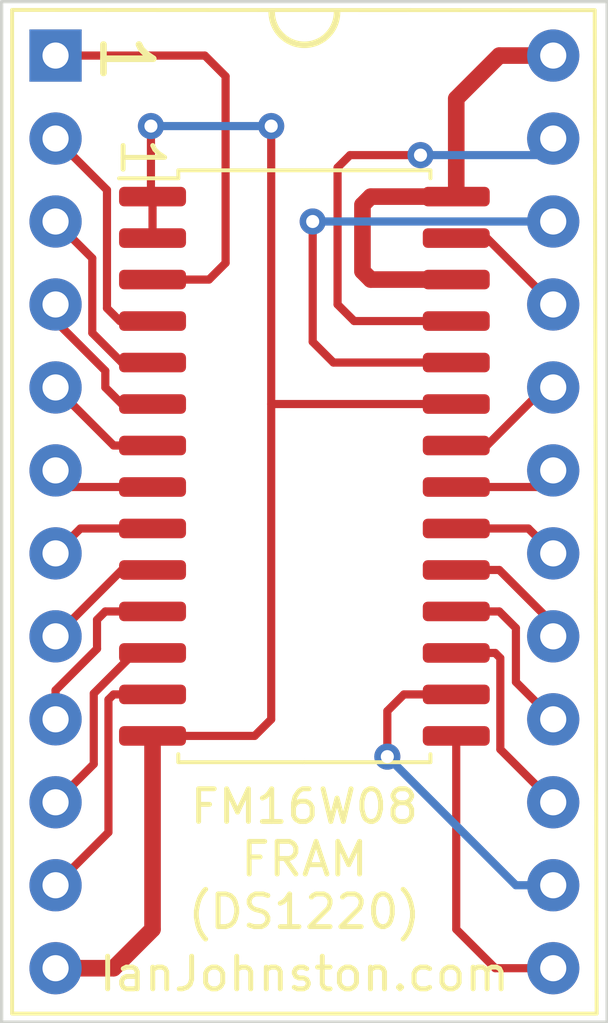
<source format=kicad_pcb>
(kicad_pcb (version 20240108) (generator "pcbnew") (generator_version "8.0")
  (layers (0 "F.Cu" signal) (31 "B.Cu" signal) (34 "B.Paste" user) (35 "F.Paste" user) (36 "B.SilkS" user "B.Silkscreen") (37 "F.SilkS" user "F.Silkscreen") (38 "B.Mask" user) (39 "F.Mask" user) (44 "Edge.Cuts" user))
  (net 0 "")
  (net 1 "Net-(U1-A11)")
  (net 2 "Net-(U1-A7)")
  (net 3 "Net-(U1-A6)")
  (net 4 "Net-(U1-A5)")
  (net 5 "Net-(U1-A4)")
  (net 6 "Net-(U1-A3)")
  (net 7 "Net-(U1-A2)")
  (net 8 "Net-(U1-A1)")
  (net 9 "Net-(U1-A0)")
  (net 10 "Net-(U1-DQ0)")
  (net 11 "Net-(U1-DQ1)")
  (net 12 "Net-(U1-DQ2)")
  (net 13 "Net-(U1-DQ3)")
  (net 14 "Net-(U1-DQ4)")
  (net 15 "Net-(U1-DQ5)")
  (net 16 "Net-(U1-DQ6)")
  (net 17 "Net-(U1-DQ7)")
  (net 18 "Net-(U1-~{CE})")
  (net 19 "Net-(U1-A10)")
  (net 20 "Net-(U1-~{OE})")
  (net 21 "Net-(U1-A9)")
  (net 22 "Net-(U1-A8)")
  (net 23 "Net-(U1-VDD)")
  (net 24 "Net-(U1-~{WE})")
  (footprint "Package_DIP:DIP-24_W15.24mm_Socket" (layer "F.Cu") (at 140.716 82.296)
    (property "Reference" "SOCKET1" (hide yes))
    (property "Value" "~" (hide yes))
    (fp_line (start -1.33 -1.397) (end -1.33 29.33) (stroke (width 0.12)) (layer "F.SilkS"))
    (fp_line (start -1.33 29.33) (end 16.57 29.33) (stroke (width 0.12)) (layer "F.SilkS"))
    (fp_line (start 16.51 -1.39) (end -1.33 -1.397) (stroke (width 0.12)) (layer "F.SilkS"))
    (fp_line (start 16.57 29.33) (end 16.51 -1.39) (stroke (width 0.12)) (layer "F.SilkS"))
    (fp_arc (start 8.62 -1.33) (mid 7.62 -0.33) (end 6.62 -1.33) (stroke (width 0.2)) (layer "F.SilkS"))
    (pad "1" thru_hole rect (at 0 0) (size 1.6 1.6) (drill 0.8) (layers "*.Cu" "*.Mask") (net 2 "Net-(U1-A7)"))
    (pad "2" thru_hole oval (at 0 2.54) (size 1.6 1.6) (drill 0.8) (layers "*.Cu" "*.Mask") (net 3 "Net-(U1-A6)"))
    (pad "3" thru_hole oval (at 0 5.08) (size 1.6 1.6) (drill 0.8) (layers "*.Cu" "*.Mask") (net 4 "Net-(U1-A5)"))
    (pad "4" thru_hole oval (at 0 7.62) (size 1.6 1.6) (drill 0.8) (layers "*.Cu" "*.Mask") (net 5 "Net-(U1-A4)"))
    (pad "5" thru_hole oval (at 0 10.16) (size 1.6 1.6) (drill 0.8) (layers "*.Cu" "*.Mask") (net 6 "Net-(U1-A3)"))
    (pad "6" thru_hole oval (at 0 12.7) (size 1.6 1.6) (drill 0.8) (layers "*.Cu" "*.Mask") (net 7 "Net-(U1-A2)"))
    (pad "7" thru_hole oval (at 0 15.24) (size 1.6 1.6) (drill 0.8) (layers "*.Cu" "*.Mask") (net 8 "Net-(U1-A1)"))
    (pad "8" thru_hole oval (at 0 17.78) (size 1.6 1.6) (drill 0.8) (layers "*.Cu" "*.Mask") (net 9 "Net-(U1-A0)"))
    (pad "9" thru_hole oval (at 0 20.32) (size 1.6 1.6) (drill 0.8) (layers "*.Cu" "*.Mask") (net 10 "Net-(U1-DQ0)"))
    (pad "10" thru_hole oval (at 0 22.86) (size 1.6 1.6) (drill 0.8) (layers "*.Cu" "*.Mask") (net 11 "Net-(U1-DQ1)"))
    (pad "11" thru_hole oval (at 0 25.4) (size 1.6 1.6) (drill 0.8) (layers "*.Cu" "*.Mask") (net 12 "Net-(U1-DQ2)"))
    (pad "12" thru_hole oval (at 0 27.94) (size 1.6 1.6) (drill 0.8) (layers "*.Cu" "*.Mask") (net 1 "Net-(U1-A11)"))
    (pad "13" thru_hole oval (at 15.24 27.94) (size 1.6 1.6) (drill 0.8) (layers "*.Cu" "*.Mask") (net 13 "Net-(U1-DQ3)"))
    (pad "14" thru_hole oval (at 15.24 25.4) (size 1.6 1.6) (drill 0.8) (layers "*.Cu" "*.Mask") (net 14 "Net-(U1-DQ4)"))
    (pad "15" thru_hole oval (at 15.24 22.86) (size 1.6 1.6) (drill 0.8) (layers "*.Cu" "*.Mask") (net 15 "Net-(U1-DQ5)"))
    (pad "16" thru_hole oval (at 15.24 20.32) (size 1.6 1.6) (drill 0.8) (layers "*.Cu" "*.Mask") (net 16 "Net-(U1-DQ6)"))
    (pad "17" thru_hole oval (at 15.24 17.78) (size 1.6 1.6) (drill 0.8) (layers "*.Cu" "*.Mask") (net 17 "Net-(U1-DQ7)"))
    (pad "18" thru_hole oval (at 15.24 15.24) (size 1.6 1.6) (drill 0.8) (layers "*.Cu" "*.Mask") (net 18 "Net-(U1-~{CE})"))
    (pad "19" thru_hole oval (at 15.24 12.7) (size 1.6 1.6) (drill 0.8) (layers "*.Cu" "*.Mask") (net 19 "Net-(U1-A10)"))
    (pad "20" thru_hole oval (at 15.24 10.16) (size 1.6 1.6) (drill 0.8) (layers "*.Cu" "*.Mask") (net 20 "Net-(U1-~{OE})"))
    (pad "21" thru_hole oval (at 15.24 7.62) (size 1.6 1.6) (drill 0.8) (layers "*.Cu" "*.Mask") (net 24 "Net-(U1-~{WE})"))
    (pad "22" thru_hole oval (at 15.24 5.08) (size 1.6 1.6) (drill 0.8) (layers "*.Cu" "*.Mask") (net 21 "Net-(U1-A9)"))
    (pad "23" thru_hole oval (at 15.24 2.54) (size 1.6 1.6) (drill 0.8) (layers "*.Cu" "*.Mask") (net 22 "Net-(U1-A8)"))
    (pad "24" thru_hole oval (at 15.24 0) (size 1.6 1.6) (drill 0.8) (layers "*.Cu" "*.Mask") (net 23 "Net-(U1-VDD)"))
  )
  (footprint "Package_SO:SOIC-28W_7.5x17.9mm_P1.27mm" (layer "F.Cu") (at 148.336 94.869)
    (property "Reference" "U1" (hide yes))
    (property "Value" "FM16W08-SG" (hide yes))
    (fp_line (start -3.86 -9.06) (end -3.86 -8.815) (stroke (width 0.12)) (layer "F.SilkS"))
    (fp_line (start -3.86 -8.815) (end -5.675 -8.815) (stroke (width 0.12)) (layer "F.SilkS"))
    (fp_line (start -3.86 9.06) (end -3.86 8.815) (stroke (width 0.12)) (layer "F.SilkS"))
    (fp_line (start 0 -9.06) (end -3.86 -9.06) (stroke (width 0.12)) (layer "F.SilkS"))
    (fp_line (start 0 -9.06) (end 3.86 -9.06) (stroke (width 0.12)) (layer "F.SilkS"))
    (fp_line (start 0 9.06) (end -3.86 9.06) (stroke (width 0.12)) (layer "F.SilkS"))
    (fp_line (start 0 9.06) (end 3.86 9.06) (stroke (width 0.12)) (layer "F.SilkS"))
    (fp_line (start 3.86 -9.06) (end 3.86 -8.815) (stroke (width 0.12)) (layer "F.SilkS"))
    (fp_line (start 3.86 9.06) (end 3.86 8.815) (stroke (width 0.12)) (layer "F.SilkS"))
    (pad "1" smd roundrect (at -4.65 -8.255) (size 2.05 0.6) (layers "F.Cu" "F.Paste" "F.Mask") (net 1 "Net-(U1-A11)"))
    (pad "2" smd roundrect (at -4.65 -6.985) (size 2.05 0.6) (layers "F.Cu" "F.Paste" "F.Mask") (net 1 "Net-(U1-A11)"))
    (pad "3" smd roundrect (at -4.65 -5.715) (size 2.05 0.6) (layers "F.Cu" "F.Paste" "F.Mask") (net 2 "Net-(U1-A7)"))
    (pad "4" smd roundrect (at -4.65 -4.445) (size 2.05 0.6) (layers "F.Cu" "F.Paste" "F.Mask") (net 3 "Net-(U1-A6)"))
    (pad "5" smd roundrect (at -4.65 -3.175) (size 2.05 0.6) (layers "F.Cu" "F.Paste" "F.Mask") (net 4 "Net-(U1-A5)"))
    (pad "6" smd roundrect (at -4.65 -1.905) (size 2.05 0.6) (layers "F.Cu" "F.Paste" "F.Mask") (net 5 "Net-(U1-A4)"))
    (pad "7" smd roundrect (at -4.65 -0.635) (size 2.05 0.6) (layers "F.Cu" "F.Paste" "F.Mask") (net 6 "Net-(U1-A3)"))
    (pad "8" smd roundrect (at -4.65 0.635) (size 2.05 0.6) (layers "F.Cu" "F.Paste" "F.Mask") (net 7 "Net-(U1-A2)"))
    (pad "9" smd roundrect (at -4.65 1.905) (size 2.05 0.6) (layers "F.Cu" "F.Paste" "F.Mask") (net 8 "Net-(U1-A1)"))
    (pad "10" smd roundrect (at -4.65 3.175) (size 2.05 0.6) (layers "F.Cu" "F.Paste" "F.Mask") (net 9 "Net-(U1-A0)"))
    (pad "11" smd roundrect (at -4.65 4.445) (size 2.05 0.6) (layers "F.Cu" "F.Paste" "F.Mask") (net 10 "Net-(U1-DQ0)"))
    (pad "12" smd roundrect (at -4.65 5.715) (size 2.05 0.6) (layers "F.Cu" "F.Paste" "F.Mask") (net 11 "Net-(U1-DQ1)"))
    (pad "13" smd roundrect (at -4.65 6.985) (size 2.05 0.6) (layers "F.Cu" "F.Paste" "F.Mask") (net 12 "Net-(U1-DQ2)"))
    (pad "14" smd roundrect (at -4.65 8.255) (size 2.05 0.6) (layers "F.Cu" "F.Paste" "F.Mask") (net 1 "Net-(U1-A11)"))
    (pad "15" smd roundrect (at 4.65 8.255) (size 2.05 0.6) (layers "F.Cu" "F.Paste" "F.Mask") (net 13 "Net-(U1-DQ3)"))
    (pad "16" smd roundrect (at 4.65 6.985) (size 2.05 0.6) (layers "F.Cu" "F.Paste" "F.Mask") (net 14 "Net-(U1-DQ4)"))
    (pad "17" smd roundrect (at 4.65 5.715) (size 2.05 0.6) (layers "F.Cu" "F.Paste" "F.Mask") (net 15 "Net-(U1-DQ5)"))
    (pad "18" smd roundrect (at 4.65 4.445) (size 2.05 0.6) (layers "F.Cu" "F.Paste" "F.Mask") (net 16 "Net-(U1-DQ6)"))
    (pad "19" smd roundrect (at 4.65 3.175) (size 2.05 0.6) (layers "F.Cu" "F.Paste" "F.Mask") (net 17 "Net-(U1-DQ7)"))
    (pad "20" smd roundrect (at 4.65 1.905) (size 2.05 0.6) (layers "F.Cu" "F.Paste" "F.Mask") (net 18 "Net-(U1-~{CE})"))
    (pad "21" smd roundrect (at 4.65 0.635) (size 2.05 0.6) (layers "F.Cu" "F.Paste" "F.Mask") (net 19 "Net-(U1-A10)"))
    (pad "22" smd roundrect (at 4.65 -0.635) (size 2.05 0.6) (layers "F.Cu" "F.Paste" "F.Mask") (net 20 "Net-(U1-~{OE})"))
    (pad "23" smd roundrect (at 4.65 -1.905) (size 2.05 0.6) (layers "F.Cu" "F.Paste" "F.Mask") (net 1 "Net-(U1-A11)"))
    (pad "24" smd roundrect (at 4.65 -3.175) (size 2.05 0.6) (layers "F.Cu" "F.Paste" "F.Mask") (net 21 "Net-(U1-A9)"))
    (pad "25" smd roundrect (at 4.65 -4.445) (size 2.05 0.6) (layers "F.Cu" "F.Paste" "F.Mask") (net 22 "Net-(U1-A8)"))
    (pad "26" smd roundrect (at 4.65 -5.715) (size 2.05 0.6) (layers "F.Cu" "F.Paste" "F.Mask") (net 23 "Net-(U1-VDD)"))
    (pad "27" smd roundrect (at 4.65 -6.985) (size 2.05 0.6) (layers "F.Cu" "F.Paste" "F.Mask") (net 24 "Net-(U1-~{WE})"))
    (pad "28" smd roundrect (at 4.65 -8.255) (size 2.05 0.6) (layers "F.Cu" "F.Paste" "F.Mask") (net 23 "Net-(U1-VDD)"))
  )
  (gr_line (start 139.065 80.645) (end 157.607 80.645) (stroke (width 0.1)) (layer "Edge.Cuts"))
  (gr_line (start 157.607 111.887) (end 139.065 111.887) (stroke (width 0.1)) (layer "Edge.Cuts"))
  (gr_line (start 157.607 80.645) (end 157.607 111.887) (stroke (width 0.1)) (layer "Edge.Cuts"))
  (gr_line (start 139.065 111.887) (end 139.065 80.645) (stroke (width 0.1)) (layer "Edge.Cuts"))
  (gr_text "IanJohnston.com" (at 148.336 110.998 0) (layer "F.SilkS") (effects (font (size 1 1)) (justify bottom)))
  (gr_text "1" (at 142.621 84.709 270) (layer "F.SilkS") (effects (font (size 1.27 1.27)) (justify left bottom)))
  (gr_text "FM16W08\nFRAM\n(DS1220)" (at 148.336 109.093 0) (layer "F.SilkS") (effects (font (size 1 1)) (justify bottom)))
  (gr_text "1" (at 141.986 81.534 270) (layer "F.SilkS") (effects (font (size 1.524 1.524) (thickness 0.2032)) (justify left bottom)))
  (segment (start 147.32 102.616) (end 146.812 103.124) (width 0.25) (layer "F.Cu") (net 1))
  (segment (start 143.686 109.044) (end 142.494 110.236) (width 0.508) (layer "F.Cu") (net 1))
  (segment (start 147.32 92.964) (end 147.32 84.455) (width 0.25) (layer "F.Cu") (net 1))
  (segment (start 152.986 92.964) (end 147.32 92.964) (width 0.25) (layer "F.Cu") (net 1))
  (segment (start 147.32 92.964) (end 147.32 102.616) (width 0.25) (layer "F.Cu") (net 1))
  (segment (start 143.686 86.614) (end 143.637 86.565) (width 0.25) (layer "F.Cu") (net 1))
  (segment (start 142.494 110.236) (end 140.716 110.236) (width 0.508) (layer "F.Cu") (net 1))
  (segment (start 143.686 87.884) (end 143.686 86.614) (width 0.25) (layer "F.Cu") (net 1))
  (segment (start 143.637 86.565) (end 143.637 84.455) (width 0.25) (layer "F.Cu") (net 1))
  (segment (start 143.686 103.124) (end 143.686 109.044) (width 0.508) (layer "F.Cu") (net 1))
  (segment (start 146.812 103.124) (end 143.686 103.124) (width 0.25) (layer "F.Cu") (net 1))
  (via (at 143.637 84.455) (size 0.8) (drill 0.4) (layers "F.Cu" "B.Cu") (net 1))
  (via (at 147.32 84.455) (size 0.8) (drill 0.4) (layers "F.Cu" "B.Cu") (net 1))
  (segment (start 143.637 84.455) (end 147.32 84.455) (width 0.25) (layer "B.Cu") (net 1))
  (segment (start 145.288 82.296) (end 140.716 82.296) (width 0.25) (layer "F.Cu") (net 2))
  (segment (start 145.415 89.154) (end 145.923 88.646) (width 0.25) (layer "F.Cu") (net 2))
  (segment (start 145.923 82.931) (end 145.288 82.296) (width 0.25) (layer "F.Cu") (net 2))
  (segment (start 143.686 89.154) (end 145.415 89.154) (width 0.25) (layer "F.Cu") (net 2))
  (segment (start 145.923 88.646) (end 145.923 82.931) (width 0.25) (layer "F.Cu") (net 2))
  (segment (start 142.291 86.411) (end 140.716 84.836) (width 0.25) (layer "F.Cu") (net 3))
  (segment (start 142.685198 90.424) (end 142.291 90.029802) (width 0.25) (layer "F.Cu") (net 3))
  (segment (start 142.291 90.029802) (end 142.291 86.411) (width 0.25) (layer "F.Cu") (net 3))
  (segment (start 143.686 90.424) (end 142.685198 90.424) (width 0.25) (layer "F.Cu") (net 3))
  (segment (start 141.841 88.501) (end 140.716 87.376) (width 0.25) (layer "F.Cu") (net 4))
  (segment (start 142.748 91.694) (end 141.841 90.787) (width 0.25) (layer "F.Cu") (net 4))
  (segment (start 143.686 91.694) (end 142.748 91.694) (width 0.25) (layer "F.Cu") (net 4))
  (segment (start 141.841 90.787) (end 141.841 88.501) (width 0.25) (layer "F.Cu") (net 4))
  (segment (start 143.686 92.964) (end 142.748 92.964) (width 0.25) (layer "F.Cu") (net 5))
  (segment (start 142.24 91.948) (end 140.716 90.424) (width 0.25) (layer "F.Cu") (net 5))
  (segment (start 140.716 90.424) (end 140.716 89.916) (width 0.25) (layer "F.Cu") (net 5))
  (segment (start 142.748 92.964) (end 142.24 92.456) (width 0.25) (layer "F.Cu") (net 5))
  (segment (start 142.24 92.456) (end 142.24 91.948) (width 0.25) (layer "F.Cu") (net 5))
  (segment (start 143.686 94.234) (end 142.494 94.234) (width 0.25) (layer "F.Cu") (net 6))
  (segment (start 142.494 94.234) (end 140.716 92.456) (width 0.25) (layer "F.Cu") (net 6))
  (segment (start 143.686 95.504) (end 141.224 95.504) (width 0.25) (layer "F.Cu") (net 7))
  (segment (start 141.224 95.504) (end 140.716 94.996) (width 0.25) (layer "F.Cu") (net 7))
  (segment (start 141.478 96.774) (end 140.716 97.536) (width 0.25) (layer "F.Cu") (net 8))
  (segment (start 143.686 96.774) (end 141.478 96.774) (width 0.25) (layer "F.Cu") (net 8))
  (segment (start 140.716 100.076) (end 142.748 98.044) (width 0.25) (layer "F.Cu") (net 9))
  (segment (start 142.748 98.044) (end 143.686 98.044) (width 0.25) (layer "F.Cu") (net 9))
  (segment (start 140.716 101.727) (end 140.716 102.616) (width 0.25) (layer "F.Cu") (net 10))
  (segment (start 141.986 99.568) (end 141.986 100.457) (width 0.25) (layer "F.Cu") (net 10))
  (segment (start 142.24 99.314) (end 141.986 99.568) (width 0.25) (layer "F.Cu") (net 10))
  (segment (start 143.686 99.314) (end 142.24 99.314) (width 0.25) (layer "F.Cu") (net 10))
  (segment (start 141.986 100.457) (end 140.716 101.727) (width 0.25) (layer "F.Cu") (net 10))
  (segment (start 141.886 101.825604) (end 141.886 103.986) (width 0.25) (layer "F.Cu") (net 11))
  (segment (start 141.886 103.986) (end 140.716 105.156) (width 0.25) (layer "F.Cu") (net 11))
  (segment (start 143.127604 100.584) (end 141.886 101.825604) (width 0.25) (layer "F.Cu") (net 11))
  (segment (start 143.686 100.584) (end 143.127604 100.584) (width 0.25) (layer "F.Cu") (net 11))
  (segment (start 142.494 101.854) (end 142.336 102.012) (width 0.25) (layer "F.Cu") (net 12))
  (segment (start 143.686 101.854) (end 142.494 101.854) (width 0.25) (layer "F.Cu") (net 12))
  (segment (start 142.336 106.076) (end 140.716 107.696) (width 0.25) (layer "F.Cu") (net 12))
  (segment (start 142.336 102.012) (end 142.336 106.076) (width 0.25) (layer "F.Cu") (net 12))
  (segment (start 154.178 110.236) (end 155.956 110.236) (width 0.25) (layer "F.Cu") (net 13))
  (segment (start 152.986 109.044) (end 154.178 110.236) (width 0.25) (layer "F.Cu") (net 13))
  (segment (start 152.986 103.124) (end 152.986 109.044) (width 0.25) (layer "F.Cu") (net 13))
  (segment (start 150.876 102.362) (end 150.876 103.758994) (width 0.25) (layer "F.Cu") (net 14))
  (segment (start 151.384 101.854) (end 150.876 102.362) (width 0.25) (layer "F.Cu") (net 14))
  (segment (start 152.986 101.854) (end 151.384 101.854) (width 0.25) (layer "F.Cu") (net 14))
  (via (at 150.876 103.758994) (size 0.8) (drill 0.4) (layers "F.Cu" "B.Cu") (net 14))
  (segment (start 154.813006 107.696) (end 150.876 103.758994) (width 0.25) (layer "B.Cu") (net 14))
  (segment (start 155.956 107.696) (end 154.813006 107.696) (width 0.25) (layer "B.Cu") (net 14))
  (segment (start 154.336 103.536) (end 155.956 105.156) (width 0.25) (layer "F.Cu") (net 15))
  (segment (start 154.336 100.742) (end 154.336 103.536) (width 0.25) (layer "F.Cu") (net 15))
  (segment (start 154.178 100.584) (end 154.336 100.742) (width 0.25) (layer "F.Cu") (net 15))
  (segment (start 152.986 100.584) (end 154.178 100.584) (width 0.25) (layer "F.Cu") (net 15))
  (segment (start 152.986 99.314) (end 154.305 99.314) (width 0.25) (layer "F.Cu") (net 16))
  (segment (start 154.813 99.822) (end 154.813 101.473) (width 0.25) (layer "F.Cu") (net 16))
  (segment (start 154.305 99.314) (end 154.813 99.822) (width 0.25) (layer "F.Cu") (net 16))
  (segment (start 154.813 101.473) (end 155.956 102.616) (width 0.25) (layer "F.Cu") (net 16))
  (segment (start 155.956 99.695) (end 155.956 100.076) (width 0.25) (layer "F.Cu") (net 17))
  (segment (start 154.305 98.044) (end 155.956 99.695) (width 0.25) (layer "F.Cu") (net 17))
  (segment (start 152.986 98.044) (end 154.305 98.044) (width 0.25) (layer "F.Cu") (net 17))
  (segment (start 152.986 96.774) (end 155.194 96.774) (width 0.25) (layer "F.Cu") (net 18))
  (segment (start 155.194 96.774) (end 155.956 97.536) (width 0.25) (layer "F.Cu") (net 18))
  (segment (start 155.448 95.504) (end 155.956 94.996) (width 0.25) (layer "F.Cu") (net 19))
  (segment (start 152.986 95.504) (end 155.448 95.504) (width 0.25) (layer "F.Cu") (net 19))
  (segment (start 155.702 92.456) (end 155.956 92.456) (width 0.25) (layer "F.Cu") (net 20))
  (segment (start 153.924 94.234) (end 155.702 92.456) (width 0.25) (layer "F.Cu") (net 20))
  (segment (start 152.986 94.234) (end 153.924 94.234) (width 0.25) (layer "F.Cu") (net 20))
  (segment (start 149.225 91.694) (end 148.59 91.059) (width 0.25) (layer "F.Cu") (net 21))
  (segment (start 152.986 91.694) (end 149.225 91.694) (width 0.25) (layer "F.Cu") (net 21))
  (segment (start 148.59 91.059) (end 148.59 87.376) (width 0.25) (layer "F.Cu") (net 21))
  (via (at 148.59 87.376) (size 0.8) (drill 0.4) (layers "F.Cu" "B.Cu") (net 21))
  (segment (start 148.59 87.376) (end 155.956 87.376) (width 0.25) (layer "B.Cu") (net 21))
  (segment (start 149.733 85.344) (end 151.892 85.344) (width 0.25) (layer "F.Cu") (net 22))
  (segment (start 149.352 89.916) (end 149.352 85.725) (width 0.25) (layer "F.Cu") (net 22))
  (segment (start 149.352 85.725) (end 149.733 85.344) (width 0.25) (layer "F.Cu") (net 22))
  (segment (start 152.986 90.424) (end 149.86 90.424) (width 0.25) (layer "F.Cu") (net 22))
  (segment (start 149.86 90.424) (end 149.352 89.916) (width 0.25) (layer "F.Cu") (net 22))
  (via (at 151.892 85.344) (size 0.8) (drill 0.4) (layers "F.Cu" "B.Cu") (net 22))
  (segment (start 155.448 85.344) (end 151.892 85.344) (width 0.25) (layer "B.Cu") (net 22))
  (segment (start 155.956 84.836) (end 155.448 85.344) (width 0.25) (layer "B.Cu") (net 22))
  (segment (start 150.368 86.614) (end 150.114 86.868) (width 0.508) (layer "F.Cu") (net 23))
  (segment (start 152.986 86.614) (end 152.986 83.615) (width 0.508) (layer "F.Cu") (net 23))
  (segment (start 150.368 89.154) (end 152.986 89.154) (width 0.508) (layer "F.Cu") (net 23))
  (segment (start 150.114 86.868) (end 150.114 88.9) (width 0.508) (layer "F.Cu") (net 23))
  (segment (start 152.986 83.615) (end 154.305 82.296) (width 0.508) (layer "F.Cu") (net 23))
  (segment (start 152.986 86.614) (end 150.368 86.614) (width 0.508) (layer "F.Cu") (net 23))
  (segment (start 150.114 88.9) (end 150.368 89.154) (width 0.508) (layer "F.Cu") (net 23))
  (segment (start 154.305 82.296) (end 155.956 82.296) (width 0.508) (layer "F.Cu") (net 23))
  (segment (start 152.986 87.884) (end 153.924 87.884) (width 0.25) (layer "F.Cu") (net 24))
  (segment (start 153.924 87.884) (end 155.956 89.916) (width 0.25) (layer "F.Cu") (net 24))
)
</source>
